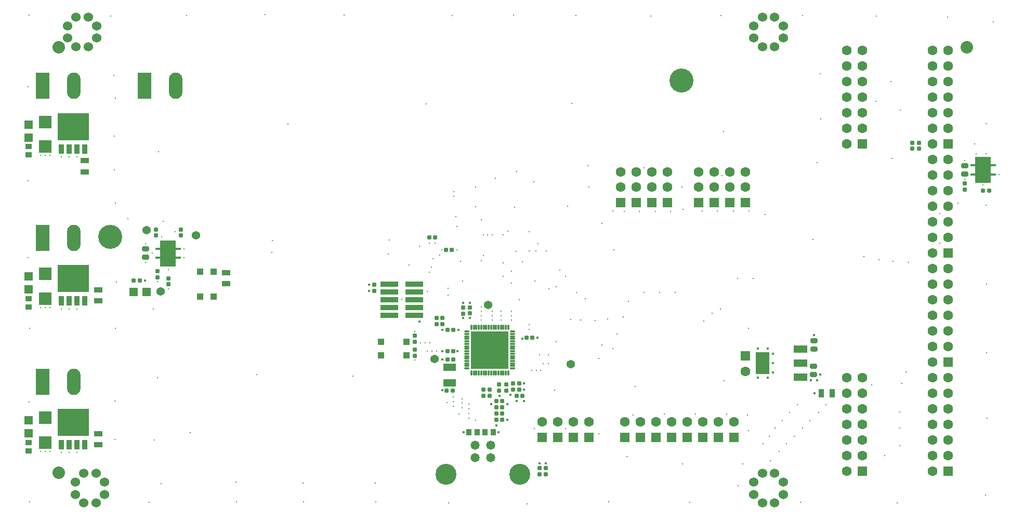
<source format=gts>
G04*
G04 #@! TF.GenerationSoftware,Altium Limited,Altium Designer,18.1.6 (161)*
G04*
G04 Layer_Color=8388736*
%FSLAX25Y25*%
%MOIN*%
G70*
G01*
G75*
%ADD53R,0.10400X0.16800*%
%ADD54R,0.03550X0.05321*%
G04:AMPARAMS|DCode=55|XSize=33.13mil|YSize=43.37mil|CornerRadius=7.83mil|HoleSize=0mil|Usage=FLASHONLY|Rotation=90.000|XOffset=0mil|YOffset=0mil|HoleType=Round|Shape=RoundedRectangle|*
%AMROUNDEDRECTD55*
21,1,0.03313,0.02772,0,0,90.0*
21,1,0.01748,0.04337,0,0,90.0*
1,1,0.01565,0.01386,0.00874*
1,1,0.01565,0.01386,-0.00874*
1,1,0.01565,-0.01386,-0.00874*
1,1,0.01565,-0.01386,0.00874*
%
%ADD55ROUNDEDRECTD55*%
%ADD56R,0.08865X0.05124*%
%ADD57R,0.08865X0.14179*%
G04:AMPARAMS|DCode=58|XSize=26mil|YSize=28mil|CornerRadius=6.4mil|HoleSize=0mil|Usage=FLASHONLY|Rotation=270.000|XOffset=0mil|YOffset=0mil|HoleType=Round|Shape=RoundedRectangle|*
%AMROUNDEDRECTD58*
21,1,0.02600,0.01520,0,0,270.0*
21,1,0.01320,0.02800,0,0,270.0*
1,1,0.01280,-0.00760,-0.00660*
1,1,0.01280,-0.00760,0.00660*
1,1,0.01280,0.00760,0.00660*
1,1,0.01280,0.00760,-0.00660*
%
%ADD58ROUNDEDRECTD58*%
G04:AMPARAMS|DCode=59|XSize=26mil|YSize=28mil|CornerRadius=6.4mil|HoleSize=0mil|Usage=FLASHONLY|Rotation=0.000|XOffset=0mil|YOffset=0mil|HoleType=Round|Shape=RoundedRectangle|*
%AMROUNDEDRECTD59*
21,1,0.02600,0.01520,0,0,0.0*
21,1,0.01320,0.02800,0,0,0.0*
1,1,0.01280,0.00660,-0.00760*
1,1,0.01280,-0.00660,-0.00760*
1,1,0.01280,-0.00660,0.00760*
1,1,0.01280,0.00660,0.00760*
%
%ADD59ROUNDEDRECTD59*%
%ADD60R,0.03300X0.04300*%
%ADD61R,0.07880X0.04731*%
%ADD62C,0.05400*%
%ADD63R,0.03943X0.04337*%
%ADD64R,0.11424X0.03353*%
%ADD65R,0.05200X0.05200*%
%ADD66O,0.03943X0.01187*%
%ADD67O,0.01187X0.03943*%
%ADD68R,0.24100X0.24100*%
%ADD69R,0.05321X0.03550*%
%ADD70R,0.04337X0.03943*%
%ADD71O,0.01502X0.03550*%
%ADD72O,0.03550X0.01502*%
%ADD73R,0.08471X0.08471*%
%ADD74R,0.03200X0.06000*%
%ADD75R,0.20100X0.17400*%
%ADD76R,0.08300X0.08300*%
%ADD77R,0.05200X0.05200*%
%ADD78R,0.04300X0.03300*%
%ADD79C,0.06000*%
G04:AMPARAMS|DCode=80|XSize=80mil|YSize=80mil|CornerRadius=40mil|HoleSize=0mil|Usage=FLASHONLY|Rotation=0.000|XOffset=0mil|YOffset=0mil|HoleType=Round|Shape=RoundedRectangle|*
%AMROUNDEDRECTD80*
21,1,0.08000,0.00000,0,0,0.0*
21,1,0.00000,0.08000,0,0,0.0*
1,1,0.08000,0.00000,0.00000*
1,1,0.08000,0.00000,0.00000*
1,1,0.08000,0.00000,0.00000*
1,1,0.08000,0.00000,0.00000*
%
%ADD80ROUNDEDRECTD80*%
%ADD81C,0.05800*%
%ADD82C,0.13450*%
%ADD83R,0.06306X0.06306*%
%ADD84C,0.06306*%
%ADD85C,0.15400*%
%ADD86R,0.08650X0.16900*%
%ADD87O,0.08650X0.16900*%
%ADD88R,0.06306X0.06306*%
%ADD89C,0.01200*%
%ADD90C,0.01700*%
%ADD91C,0.02000*%
%ADD92C,0.02600*%
G54D53*
X617680Y219353D02*
D03*
X95020Y165753D02*
D03*
G54D54*
X521043Y76000D02*
D03*
X513957D02*
D03*
G54D55*
X509100Y88023D02*
D03*
Y93377D02*
D03*
X509200Y109677D02*
D03*
Y104323D02*
D03*
X80600Y168477D02*
D03*
Y163123D02*
D03*
X605900Y222077D02*
D03*
Y216723D02*
D03*
G54D56*
X500805Y86245D02*
D03*
Y95300D02*
D03*
Y104355D02*
D03*
G54D57*
X476395Y95300D02*
D03*
G54D58*
X337400Y24000D02*
D03*
Y27790D02*
D03*
X333300Y24015D02*
D03*
Y27785D02*
D03*
X320330Y82200D02*
D03*
Y78430D02*
D03*
X316200Y82170D02*
D03*
Y78400D02*
D03*
X312100Y77700D02*
D03*
Y81470D02*
D03*
X307300Y81500D02*
D03*
Y77730D02*
D03*
X301300Y78200D02*
D03*
Y74410D02*
D03*
X297200Y78200D02*
D03*
Y74410D02*
D03*
X284400Y130870D02*
D03*
Y127100D02*
D03*
X288600Y130900D02*
D03*
Y127130D02*
D03*
X253300Y112800D02*
D03*
Y109010D02*
D03*
X253200Y100100D02*
D03*
Y103890D02*
D03*
X227300Y141715D02*
D03*
Y145485D02*
D03*
X605900Y206710D02*
D03*
Y210500D02*
D03*
X87200Y181090D02*
D03*
Y177300D02*
D03*
X95400Y149690D02*
D03*
Y145900D02*
D03*
X103400Y177300D02*
D03*
Y181090D02*
D03*
X88200Y154190D02*
D03*
Y150400D02*
D03*
X576600Y236690D02*
D03*
Y232900D02*
D03*
X572500Y236690D02*
D03*
Y232900D02*
D03*
G54D59*
X305615Y62800D02*
D03*
X309385D02*
D03*
X309370Y58800D02*
D03*
X305600D02*
D03*
Y71100D02*
D03*
X309370D02*
D03*
X309385Y66900D02*
D03*
X305615D02*
D03*
X278000Y97700D02*
D03*
X274230D02*
D03*
X274200Y102900D02*
D03*
X277970D02*
D03*
X328700Y111700D02*
D03*
X324930D02*
D03*
X267215Y120400D02*
D03*
X270985D02*
D03*
X271000Y124400D02*
D03*
X267210D02*
D03*
X274300Y116600D02*
D03*
X278070D02*
D03*
X73100Y148400D02*
D03*
X76890D02*
D03*
X273830Y77600D02*
D03*
X277600D02*
D03*
X318630Y74300D02*
D03*
X322400D02*
D03*
X277190Y168000D02*
D03*
X273400D02*
D03*
X266390Y176000D02*
D03*
X262600D02*
D03*
X621590Y206100D02*
D03*
X617800D02*
D03*
G54D60*
X303850Y50800D02*
D03*
X298500D02*
D03*
X287925D02*
D03*
X293275D02*
D03*
G54D61*
X275700Y82758D02*
D03*
Y92600D02*
D03*
G54D62*
X265900Y97800D02*
D03*
X353500Y94700D02*
D03*
X300400Y132500D02*
D03*
X81500Y180700D02*
D03*
X90500Y141400D02*
D03*
X113000Y177300D02*
D03*
G54D63*
X231829Y109031D02*
D03*
X247971Y100369D02*
D03*
X231829D02*
D03*
X247971Y109031D02*
D03*
G54D64*
X237008Y146100D02*
D03*
X252992D02*
D03*
X237008Y141100D02*
D03*
X252992D02*
D03*
X237008Y136100D02*
D03*
X252992D02*
D03*
X237008Y131100D02*
D03*
X252992D02*
D03*
X237008Y126100D02*
D03*
X252992D02*
D03*
G54D65*
X73066Y141100D02*
D03*
X81400D02*
D03*
G54D66*
X286835Y115511D02*
D03*
Y113936D02*
D03*
Y112361D02*
D03*
Y110787D02*
D03*
Y109212D02*
D03*
Y107637D02*
D03*
Y106062D02*
D03*
Y104487D02*
D03*
Y102913D02*
D03*
Y101338D02*
D03*
Y99763D02*
D03*
Y98188D02*
D03*
Y96613D02*
D03*
Y95039D02*
D03*
Y93464D02*
D03*
Y91889D02*
D03*
X316165D02*
D03*
Y93464D02*
D03*
Y95039D02*
D03*
Y96613D02*
D03*
Y98188D02*
D03*
Y99763D02*
D03*
Y101338D02*
D03*
Y102913D02*
D03*
Y104487D02*
D03*
Y106062D02*
D03*
Y107637D02*
D03*
Y109212D02*
D03*
Y110787D02*
D03*
Y112361D02*
D03*
Y113936D02*
D03*
Y115511D02*
D03*
G54D67*
X289689Y89035D02*
D03*
X291264D02*
D03*
X292839D02*
D03*
X294413D02*
D03*
X295988D02*
D03*
X297563D02*
D03*
X299138D02*
D03*
X300713D02*
D03*
X302287D02*
D03*
X303862D02*
D03*
X305437D02*
D03*
X307012D02*
D03*
X308587D02*
D03*
X310161D02*
D03*
X311736D02*
D03*
X313311D02*
D03*
Y118365D02*
D03*
X311736D02*
D03*
X310161D02*
D03*
X308587D02*
D03*
X307012D02*
D03*
X305437D02*
D03*
X303862D02*
D03*
X302287D02*
D03*
X300713D02*
D03*
X299138D02*
D03*
X297563D02*
D03*
X295988D02*
D03*
X294413D02*
D03*
X292839D02*
D03*
X291264D02*
D03*
X289689D02*
D03*
G54D68*
X301500Y103700D02*
D03*
G54D69*
X132300Y146157D02*
D03*
Y153243D02*
D03*
X50200Y49943D02*
D03*
Y42857D02*
D03*
X50400Y142243D02*
D03*
Y135157D02*
D03*
X41800Y218057D02*
D03*
Y225143D02*
D03*
G54D70*
X115569Y153971D02*
D03*
X124231Y137829D02*
D03*
Y153971D02*
D03*
X115569Y137829D02*
D03*
G54D71*
X613843Y212933D02*
D03*
X615811D02*
D03*
X617780D02*
D03*
X619748D02*
D03*
X621717D02*
D03*
Y225773D02*
D03*
X619748D02*
D03*
X617780D02*
D03*
X615811D02*
D03*
X613843D02*
D03*
X91183Y159333D02*
D03*
X93151D02*
D03*
X95120D02*
D03*
X97088D02*
D03*
X99057D02*
D03*
Y172173D02*
D03*
X97088D02*
D03*
X95120D02*
D03*
X93151D02*
D03*
X91183D02*
D03*
G54D72*
X624200Y216400D02*
D03*
Y222305D02*
D03*
X611360D02*
D03*
Y216400D02*
D03*
X101540Y162800D02*
D03*
Y168705D02*
D03*
X88700D02*
D03*
Y162800D02*
D03*
G54D73*
X617780Y219353D02*
D03*
X95120Y165753D02*
D03*
G54D74*
X26800Y232661D02*
D03*
X31800D02*
D03*
X36800D02*
D03*
X41800D02*
D03*
X26800Y42861D02*
D03*
X31800D02*
D03*
X36800D02*
D03*
X41800D02*
D03*
X26800Y135161D02*
D03*
X31800D02*
D03*
X36800D02*
D03*
X41800D02*
D03*
G54D75*
X34300Y247100D02*
D03*
Y57300D02*
D03*
Y149600D02*
D03*
G54D76*
X16400Y234226D02*
D03*
Y250000D02*
D03*
Y136726D02*
D03*
Y152500D02*
D03*
Y44426D02*
D03*
Y60200D02*
D03*
G54D77*
X5600Y248400D02*
D03*
Y240066D02*
D03*
Y150900D02*
D03*
Y142566D02*
D03*
Y58600D02*
D03*
Y50266D02*
D03*
G54D78*
Y131325D02*
D03*
Y136675D02*
D03*
Y39025D02*
D03*
Y44375D02*
D03*
Y228825D02*
D03*
Y234175D02*
D03*
G54D79*
X54449Y11063D02*
D03*
Y18937D02*
D03*
X48937Y24449D02*
D03*
X41063D02*
D03*
X35551Y18937D02*
D03*
Y11063D02*
D03*
X41063Y5551D02*
D03*
X48937D02*
D03*
X49449Y303863D02*
D03*
Y311737D02*
D03*
X43937Y317249D02*
D03*
X36063D02*
D03*
X30551Y311737D02*
D03*
Y303863D02*
D03*
X36063Y298351D02*
D03*
X43937D02*
D03*
X489649Y11063D02*
D03*
Y18937D02*
D03*
X484137Y24449D02*
D03*
X476263D02*
D03*
X470751Y18937D02*
D03*
Y11063D02*
D03*
X476263Y5551D02*
D03*
X484137D02*
D03*
X489649Y303863D02*
D03*
Y311737D02*
D03*
X484137Y317249D02*
D03*
X476263D02*
D03*
X470751Y311737D02*
D03*
Y303863D02*
D03*
X476263Y298351D02*
D03*
X484137D02*
D03*
G54D80*
X607500Y297800D02*
D03*
X25000D02*
D03*
Y25000D02*
D03*
G54D81*
X302022Y42600D02*
D03*
X292101D02*
D03*
Y34700D02*
D03*
X302022D02*
D03*
G54D82*
X273400Y24000D02*
D03*
X320722D02*
D03*
G54D83*
X465500Y99979D02*
D03*
X365000Y47500D02*
D03*
X355000D02*
D03*
X345000D02*
D03*
X335000D02*
D03*
X465200Y198200D02*
D03*
X455200D02*
D03*
X445200D02*
D03*
X435200D02*
D03*
X415200D02*
D03*
X405200D02*
D03*
X395200D02*
D03*
X385200D02*
D03*
X458100Y47700D02*
D03*
X448100D02*
D03*
X438100D02*
D03*
X428100D02*
D03*
X418100D02*
D03*
X408100D02*
D03*
X398100D02*
D03*
X388100D02*
D03*
G54D84*
X465500Y89979D02*
D03*
X365000Y57500D02*
D03*
X355000D02*
D03*
X345000D02*
D03*
X335000D02*
D03*
X465200Y208200D02*
D03*
Y217964D02*
D03*
X455200Y208200D02*
D03*
Y217964D02*
D03*
X445200Y208200D02*
D03*
Y217964D02*
D03*
X435200Y208200D02*
D03*
Y217964D02*
D03*
X415200Y208200D02*
D03*
Y217964D02*
D03*
X405200Y208200D02*
D03*
Y217964D02*
D03*
X395200Y208200D02*
D03*
Y217964D02*
D03*
X385200Y208200D02*
D03*
Y217964D02*
D03*
X458100Y57700D02*
D03*
X540338Y86028D02*
D03*
X530338D02*
D03*
X540338Y76028D02*
D03*
X530338D02*
D03*
X540338Y66028D02*
D03*
X530338D02*
D03*
X540338Y56028D02*
D03*
X530338D02*
D03*
X540338Y46028D02*
D03*
X530338D02*
D03*
X540338Y36028D02*
D03*
X530338D02*
D03*
Y26028D02*
D03*
Y236028D02*
D03*
Y246028D02*
D03*
X540338D02*
D03*
X530338Y256028D02*
D03*
X540338D02*
D03*
X530338Y266028D02*
D03*
X540338D02*
D03*
X530338Y276028D02*
D03*
X540338D02*
D03*
X530338Y286028D02*
D03*
X540338D02*
D03*
X530338Y296028D02*
D03*
X540338D02*
D03*
X595476Y86028D02*
D03*
X585476D02*
D03*
X595476Y76028D02*
D03*
X585476D02*
D03*
X595476Y66028D02*
D03*
X585476D02*
D03*
X595476Y56028D02*
D03*
X585476D02*
D03*
X595476Y46028D02*
D03*
X585476D02*
D03*
X595476Y36028D02*
D03*
X585476D02*
D03*
Y26028D02*
D03*
X585495Y96028D02*
D03*
Y106028D02*
D03*
X595495D02*
D03*
X585495Y116028D02*
D03*
X595495D02*
D03*
X585495Y126028D02*
D03*
X595495D02*
D03*
X585495Y136028D02*
D03*
X595495D02*
D03*
X585495Y146028D02*
D03*
X595495D02*
D03*
X585495Y156028D02*
D03*
X595495D02*
D03*
Y296028D02*
D03*
X585495D02*
D03*
X595495Y286028D02*
D03*
X585495D02*
D03*
X595495Y276028D02*
D03*
X585495D02*
D03*
X595495Y266028D02*
D03*
X585495D02*
D03*
X595495Y256028D02*
D03*
X585495D02*
D03*
X595495Y246028D02*
D03*
X585495D02*
D03*
Y236028D02*
D03*
Y166028D02*
D03*
Y176028D02*
D03*
X595495D02*
D03*
X585495Y186028D02*
D03*
X595495D02*
D03*
X585495Y196028D02*
D03*
X595495D02*
D03*
X585495Y206028D02*
D03*
X595495D02*
D03*
X585495Y216028D02*
D03*
X595495D02*
D03*
X585495Y226028D02*
D03*
X595495D02*
D03*
X448100Y57700D02*
D03*
X438100D02*
D03*
X428100D02*
D03*
X418100D02*
D03*
X408100D02*
D03*
X398100D02*
D03*
X388100D02*
D03*
G54D85*
X57900Y176200D02*
D03*
X424400Y276700D02*
D03*
G54D86*
X80000Y273200D02*
D03*
X14700Y83400D02*
D03*
Y175700D02*
D03*
Y273200D02*
D03*
G54D87*
X100000D02*
D03*
X34700Y83400D02*
D03*
Y175700D02*
D03*
Y273200D02*
D03*
G54D88*
X540338Y26028D02*
D03*
Y236028D02*
D03*
X595476Y26028D02*
D03*
X595495Y96028D02*
D03*
Y236028D02*
D03*
Y166028D02*
D03*
G54D89*
X460800Y16500D02*
D03*
X463800Y30600D02*
D03*
X481500Y32576D02*
D03*
X516900Y68500D02*
D03*
X512200Y63500D02*
D03*
X506800Y58400D02*
D03*
X501900Y53500D02*
D03*
X496700Y48400D02*
D03*
X491700Y43500D02*
D03*
X487006Y38500D02*
D03*
X498700Y68600D02*
D03*
X493800Y63500D02*
D03*
X488938Y58400D02*
D03*
X484300Y53600D02*
D03*
X480700Y48400D02*
D03*
X476600Y43600D02*
D03*
X228100Y18200D02*
D03*
X181700Y18300D02*
D03*
X85800Y130050D02*
D03*
X138800Y18800D02*
D03*
X90700Y18100D02*
D03*
X86200Y46100D02*
D03*
X60900Y46200D02*
D03*
X61000Y70900D02*
D03*
X61500Y117600D02*
D03*
X5300Y162900D02*
D03*
X60400Y280000D02*
D03*
X61200Y265400D02*
D03*
X60800Y240800D02*
D03*
Y219400D02*
D03*
X61400Y197800D02*
D03*
X451300Y244000D02*
D03*
X364400Y221815D02*
D03*
X318600Y218200D02*
D03*
X351300Y195900D02*
D03*
X317300Y195400D02*
D03*
X292500Y195500D02*
D03*
X292200Y208300D02*
D03*
X424600Y208200D02*
D03*
X364900Y208300D02*
D03*
X380300Y192800D02*
D03*
X387700Y192700D02*
D03*
X397300D02*
D03*
X407600D02*
D03*
X417500D02*
D03*
X425400Y194000D02*
D03*
X437600Y192900D02*
D03*
X447400Y192800D02*
D03*
X457600Y192900D02*
D03*
X467600D02*
D03*
X478000Y190500D02*
D03*
X354100Y262000D02*
D03*
X260600Y261700D02*
D03*
X172000Y248500D02*
D03*
X89100Y230900D02*
D03*
X453200Y62700D02*
D03*
X433200D02*
D03*
X413200Y62600D02*
D03*
X393300Y61800D02*
D03*
X371322Y49900D02*
D03*
X329900Y53300D02*
D03*
X349900D02*
D03*
X451600Y83800D02*
D03*
X394800Y80200D02*
D03*
X343007Y77800D02*
D03*
X213800Y87100D02*
D03*
X151900Y88100D02*
D03*
X88300Y86000D02*
D03*
X161800Y166400D02*
D03*
X162000Y173900D02*
D03*
X236900Y174300D02*
D03*
X236500Y165400D02*
D03*
X292300Y58500D02*
D03*
X281700Y62700D02*
D03*
X274100Y70000D02*
D03*
X320500Y135900D02*
D03*
X353300Y123200D02*
D03*
X359800Y123000D02*
D03*
X368900Y122700D02*
D03*
X377100Y123700D02*
D03*
X386900Y124800D02*
D03*
X438600Y122300D02*
D03*
X467500Y117600D02*
D03*
X546300Y81300D02*
D03*
X568200Y89700D02*
D03*
X565700Y82300D02*
D03*
X564200Y63800D02*
D03*
Y53700D02*
D03*
X564300Y42200D02*
D03*
X590100Y172300D02*
D03*
Y191200D02*
D03*
X554700Y36000D02*
D03*
X570000Y159800D02*
D03*
X559900Y160500D02*
D03*
X551000Y161700D02*
D03*
X541200Y163600D02*
D03*
X508800Y174700D02*
D03*
X559400Y226600D02*
D03*
X549000Y263200D02*
D03*
X228400Y6400D02*
D03*
X182100Y6200D02*
D03*
X256348Y170200D02*
D03*
X270700Y167900D02*
D03*
X262600Y172300D02*
D03*
X253200Y97300D02*
D03*
X253300Y115600D02*
D03*
X109400Y50500D02*
D03*
X85000Y165900D02*
D03*
X91900Y186300D02*
D03*
X261200Y141200D02*
D03*
X265100Y162400D02*
D03*
X266500Y172300D02*
D03*
X269400Y164700D02*
D03*
X257000Y108200D02*
D03*
X259900D02*
D03*
X262900Y108237D02*
D03*
X261300Y102900D02*
D03*
X264300D02*
D03*
X267300D02*
D03*
X287900Y60000D02*
D03*
X284000Y148100D02*
D03*
X287900Y63000D02*
D03*
Y66000D02*
D03*
Y68900D02*
D03*
X283700Y66600D02*
D03*
Y69500D02*
D03*
Y72400D02*
D03*
X335600Y95000D02*
D03*
X339000D02*
D03*
X334100Y90500D02*
D03*
X331200D02*
D03*
X328200D02*
D03*
X245100Y136200D02*
D03*
X249700Y158200D02*
D03*
X274600Y139100D02*
D03*
X444000Y127300D02*
D03*
X373400Y185100D02*
D03*
X362700Y136600D02*
D03*
X274600Y143300D02*
D03*
X449300Y129900D02*
D03*
X390200Y135100D02*
D03*
X357000Y140600D02*
D03*
X339400Y142900D02*
D03*
X400200Y140600D02*
D03*
X410300D02*
D03*
X420200D02*
D03*
X344000Y108900D02*
D03*
X344100Y144200D02*
D03*
X262600Y153700D02*
D03*
X330200Y148100D02*
D03*
X263900Y156900D02*
D03*
X350100Y151000D02*
D03*
X460200Y149700D02*
D03*
X470200D02*
D03*
X315500Y154200D02*
D03*
X310000Y159500D02*
D03*
X346200Y154900D02*
D03*
X282800Y160500D02*
D03*
X322400Y160200D02*
D03*
X280200Y168000D02*
D03*
X331000Y167400D02*
D03*
X337700D02*
D03*
X381000Y167900D02*
D03*
X332400Y171800D02*
D03*
X279800Y189300D02*
D03*
X297200Y177500D02*
D03*
X300100D02*
D03*
X303000D02*
D03*
X280200Y183000D02*
D03*
X296000Y187200D02*
D03*
X371200Y98400D02*
D03*
X326800Y179600D02*
D03*
X339000Y100500D02*
D03*
X333500D02*
D03*
X380500Y104700D02*
D03*
X373300Y106800D02*
D03*
X383100Y114100D02*
D03*
X326800Y167400D02*
D03*
X312900Y179800D02*
D03*
X295900Y161100D02*
D03*
X297300Y164200D02*
D03*
X305100Y213900D02*
D03*
X329700Y211500D02*
D03*
X326800Y120000D02*
D03*
Y117000D02*
D03*
X278200Y205300D02*
D03*
Y202300D02*
D03*
X278070Y67700D02*
D03*
Y70600D02*
D03*
Y73500D02*
D03*
X310000Y177500D02*
D03*
Y150800D02*
D03*
X315500Y146700D02*
D03*
X296100Y131400D02*
D03*
X302900Y128600D02*
D03*
Y125700D02*
D03*
Y122800D02*
D03*
X296000Y128600D02*
D03*
Y125700D02*
D03*
X295988Y122788D02*
D03*
X308600Y128600D02*
D03*
Y125700D02*
D03*
Y122800D02*
D03*
X315500Y128600D02*
D03*
Y125700D02*
D03*
X318400Y167000D02*
D03*
X315500Y122800D02*
D03*
X601800Y198000D02*
D03*
X13500Y228500D02*
D03*
X16300D02*
D03*
X19200D02*
D03*
X13500Y131000D02*
D03*
X16300D02*
D03*
X19200D02*
D03*
Y38700D02*
D03*
X16300D02*
D03*
X13500D02*
D03*
X105200Y168705D02*
D03*
X95400Y143000D02*
D03*
X26800Y37800D02*
D03*
X31800D02*
D03*
X36800D02*
D03*
X26800Y130100D02*
D03*
X31800D02*
D03*
X36800D02*
D03*
Y227600D02*
D03*
X31800D02*
D03*
X26800D02*
D03*
X88200Y147500D02*
D03*
X99700Y179500D02*
D03*
X90883Y176186D02*
D03*
X95420Y155320D02*
D03*
X105200Y162800D02*
D03*
X80600Y159800D02*
D03*
Y171800D02*
D03*
X605900Y225400D02*
D03*
Y213400D02*
D03*
X617780Y209520D02*
D03*
X628000Y216400D02*
D03*
X613243Y229457D02*
D03*
X619748Y229451D02*
D03*
X467400Y52100D02*
D03*
X466800Y61900D02*
D03*
X389400Y35200D02*
D03*
X425100Y30700D02*
D03*
X619200Y10600D02*
D03*
X620300Y59800D02*
D03*
X619900Y101900D02*
D03*
X620100Y145800D02*
D03*
X619600Y196600D02*
D03*
X619700Y248800D02*
D03*
X624200Y314400D02*
D03*
X558800Y275900D02*
D03*
X564600Y257500D02*
D03*
X612400Y236100D02*
D03*
X513500Y281100D02*
D03*
X513700Y252100D02*
D03*
X511500Y224100D02*
D03*
X450200Y215700D02*
D03*
X400200Y220600D02*
D03*
X69300Y188000D02*
D03*
X62000Y147200D02*
D03*
X595100Y317200D02*
D03*
X549400Y318100D02*
D03*
X501900Y318200D02*
D03*
X449600D02*
D03*
X404700Y318000D02*
D03*
X356800Y318300D02*
D03*
X316600Y318600D02*
D03*
X277400Y318300D02*
D03*
X207900Y318500D02*
D03*
X157500Y318800D02*
D03*
X106900Y318300D02*
D03*
X58300Y317800D02*
D03*
X5900Y318500D02*
D03*
X5400Y272500D02*
D03*
X5300Y212400D02*
D03*
X6200Y117700D02*
D03*
X5900Y70300D02*
D03*
X6500Y6300D02*
D03*
X83100Y5900D02*
D03*
X139100Y6400D02*
D03*
X275000Y5600D02*
D03*
X325300Y5000D02*
D03*
X377600Y6200D02*
D03*
X429800Y6000D02*
D03*
X500600Y5800D02*
D03*
X562700Y5500D02*
D03*
G54D90*
X256348Y121852D02*
D03*
X337400Y30905D02*
D03*
X333300Y30900D02*
D03*
X509700Y76000D02*
D03*
X473500Y104600D02*
D03*
X479600D02*
D03*
X483000Y101200D02*
D03*
Y95300D02*
D03*
Y89400D02*
D03*
X479700Y86028D02*
D03*
X473500Y86000D02*
D03*
X513300Y88000D02*
D03*
X511400Y84300D02*
D03*
X507300D02*
D03*
X509200Y113300D02*
D03*
X80300Y148400D02*
D03*
X223915Y141715D02*
D03*
X223985Y145485D02*
D03*
X306975Y50800D02*
D03*
X284800D02*
D03*
X312600Y69000D02*
D03*
X305600Y55400D02*
D03*
X312600Y58800D02*
D03*
X314600Y75100D02*
D03*
X302500Y69000D02*
D03*
X323500Y82200D02*
D03*
Y78300D02*
D03*
X280700Y102913D02*
D03*
X281300Y116600D02*
D03*
X322200Y110800D02*
D03*
X288600Y124400D02*
D03*
X271000Y78100D02*
D03*
X270900Y102900D02*
D03*
X271100Y116600D02*
D03*
X288600Y134100D02*
D03*
X331900Y111613D02*
D03*
X284400Y124370D02*
D03*
Y134070D02*
D03*
X318630Y71070D02*
D03*
X323500Y71100D02*
D03*
X307600Y74400D02*
D03*
X270900Y97700D02*
D03*
G54D91*
X290673Y114527D02*
D03*
X312327D02*
D03*
X299335Y110196D02*
D03*
X303665D02*
D03*
X307996Y105865D02*
D03*
Y101535D02*
D03*
X299335Y97204D02*
D03*
X303665D02*
D03*
X290673Y92873D02*
D03*
X312327D02*
D03*
X295004Y101535D02*
D03*
Y105865D02*
D03*
X303665Y101535D02*
D03*
X299335D02*
D03*
Y105865D02*
D03*
X303665D02*
D03*
G54D92*
X38300Y241200D02*
D03*
X42300D02*
D03*
Y245200D02*
D03*
X38300D02*
D03*
Y249200D02*
D03*
X42300D02*
D03*
Y253200D02*
D03*
X38300D02*
D03*
X30300D02*
D03*
X26300D02*
D03*
Y249200D02*
D03*
X30300D02*
D03*
Y245200D02*
D03*
X26300D02*
D03*
Y241200D02*
D03*
X30300D02*
D03*
X34300D02*
D03*
Y245200D02*
D03*
Y253200D02*
D03*
Y249200D02*
D03*
X38300Y51400D02*
D03*
X42300D02*
D03*
Y55400D02*
D03*
X38300D02*
D03*
Y59400D02*
D03*
X42300D02*
D03*
Y63400D02*
D03*
X38300D02*
D03*
X30300D02*
D03*
X26300D02*
D03*
Y59400D02*
D03*
X30300D02*
D03*
Y55400D02*
D03*
X26300D02*
D03*
Y51400D02*
D03*
X30300D02*
D03*
X34300D02*
D03*
Y55400D02*
D03*
Y63400D02*
D03*
Y59400D02*
D03*
X38300Y143700D02*
D03*
X42300D02*
D03*
Y147700D02*
D03*
X38300D02*
D03*
Y151700D02*
D03*
X42300D02*
D03*
Y155700D02*
D03*
X38300D02*
D03*
X30300D02*
D03*
X26300D02*
D03*
Y151700D02*
D03*
X30300D02*
D03*
Y147700D02*
D03*
X26300D02*
D03*
Y143700D02*
D03*
X30300D02*
D03*
X34300D02*
D03*
Y147700D02*
D03*
Y155700D02*
D03*
Y151700D02*
D03*
M02*

</source>
